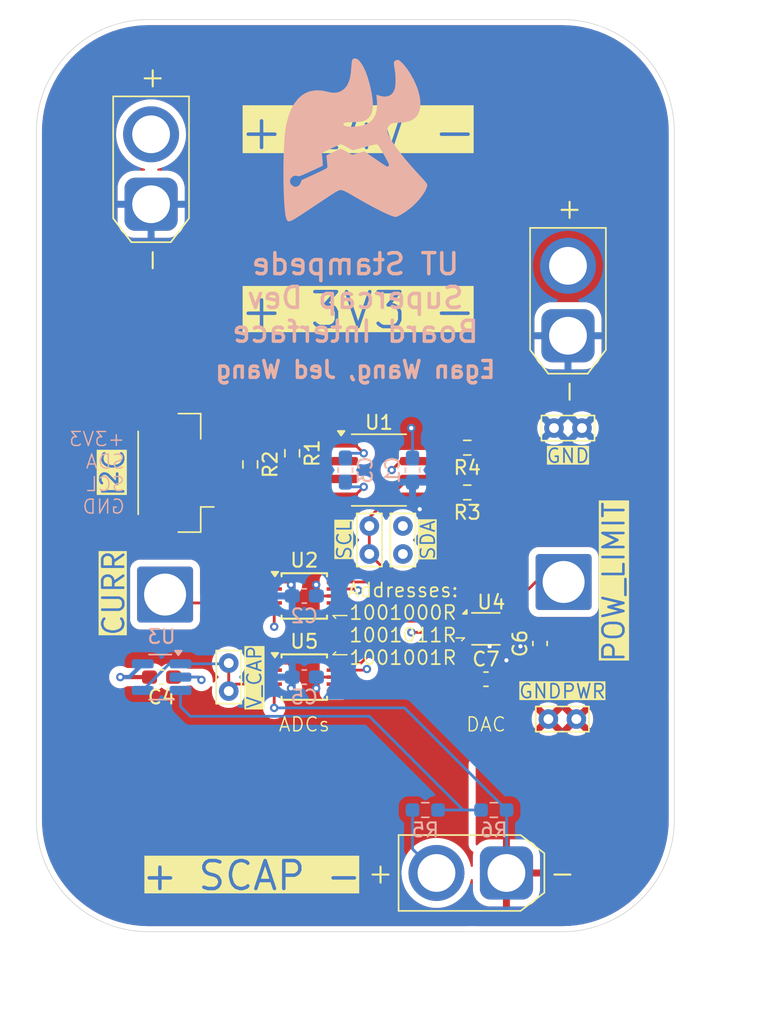
<source format=kicad_pcb>
(kicad_pcb (version 20241229) (generator "pcbnew") (generator_version "9.0")
  (layers (0 "F.Cu" signal) (4 "In1.Cu" signal) (6 "In2.Cu" signal) (2 "B.Cu" signal) (13 "F.Paste" user) (15 "B.Paste" user) (5 "F.SilkS" user "F.Silkscreen") (7 "B.SilkS" user "B.Silkscreen") (1 "F.Mask" user) (3 "B.Mask" user) (25 "Edge.Cuts" user))
  (net 0 "")
  (net 1 "GND")
  (net 2 "+3V3")
  (net 3 "GNDD")
  (net 4 "/+3V3_{DEV}")
  (net 5 "GNDPWR")
  (net 6 "+24V")
  (net 7 "/Dev Board Interface/CAP_{1}")
  (net 8 "/POW_LIMIT_OUT")
  (net 9 "/SCL_{IN}")
  (net 10 "/SDA_{IN}")
  (net 11 "/+6V_{SCAP}_ADC")
  (net 12 "/CURR_IN")
  (net 13 "/Dev Board Interface/SCL_{INT}")
  (net 14 "/Dev Board Interface/SDA_{INT}")
  (net 15 "/Dev Board Interface/V_{SC}_scaled")
  (net 16 "/Dev Board Interface/V_{SC}_BUF")
  (footprint "Package_SO:TSSOP-10_3x3mm_P0.5mm" (layer "F.Cu") (at 174.35 98)
    (property "Reference" "U5" (at 0 -2.55 0) (layer "F.SilkS"))
    (property "Value" "ADS1014IDGS")
    (pad "1" smd rect (at -2.15 -1) (size 1.1 0.25) (layers "F.Cu" "F.Mask" "F.Paste") (net 2 "+3V3"))
    (pad "2" smd rect (at -2.15 -0.5) (size 1.1 0.25) (layers "F.Cu" "F.Mask" "F.Paste"))
    (pad "3" smd rect (at -2.15 0) (size 1.1 0.25) (layers "F.Cu" "F.Mask" "F.Paste") (net 1 "GND"))
    (pad "4" smd rect (at -2.15 0.5) (size 1.1 0.25) (layers "F.Cu" "F.Mask" "F.Paste") (net 16 "/Dev Board Interface/V_{SC}_BUF"))
    (pad "5" smd rect (at -2.15 1) (size 1.1 0.25) (layers "F.Cu" "F.Mask" "F.Paste") (net 5 "GNDPWR"))
    (pad "6" smd rect (at 2.15 1) (size 1.1 0.25) (layers "F.Cu" "F.Mask" "F.Paste"))
    (pad "7" smd rect (at 2.15 0.5) (size 1.1 0.25) (layers "F.Cu" "F.Mask" "F.Paste"))
    (pad "8" smd rect (at 2.15 0) (size 1.1 0.25) (layers "F.Cu" "F.Mask" "F.Paste") (net 2 "+3V3"))
    (pad "9" smd rect (at 2.15 -0.5) (size 1.1 0.25) (layers "F.Cu" "F.Mask" "F.Paste") (net 14 "/Dev Board Interface/SDA_{INT}"))
    (pad "10" smd rect (at 2.15 -1) (size 1.1 0.25) (layers "F.Cu" "F.Mask" "F.Paste") (net 13 "/Dev Board Interface/SCL_{INT}"))
  )
  (footprint "TestPoint:TestPoint_Bridge_Pitch2.0mm_Drill0.7mm" (layer "F.Cu") (at 168.95 99 90)
    (property "Reference" "TP3" (hide yes))
    (property "Value" "V_{SC+BUF}")
    (pad "1" thru_hole circle (at 0 0 90) (size 1.4 1.4) (drill 0.7) (layers "*.Cu" "*.Mask") (net 16 "/Dev Board Interface/V_{SC}_BUF"))
    (pad "1" thru_hole circle (at 2 0 90) (size 1.4 1.4) (drill 0.7) (layers "*.Cu" "*.Mask") (net 16 "/Dev Board Interface/V_{SC}_BUF"))
  )
  (footprint "Resistor_SMD:R_0603_1608Metric_Pad0.98x0.95mm_HandSolder" (layer "F.Cu") (at 186 84.8 180)
    (property "Reference" "R3" (at 0 -1.43 0) (layer "F.SilkS"))
    (property "Value" "1.5k")
    (pad "1" smd roundrect (at -0.9125 0 180) (size 0.975 0.95) (layers "F.Cu" "F.Mask" "F.Paste") (net 2 "+3V3"))
    (pad "2" smd roundrect (at 0.9125 0 180) (size 0.975 0.95) (layers "F.Cu" "F.Mask" "F.Paste") (net 13 "/Dev Board Interface/SCL_{INT}"))
  )
  (footprint "Connector_AMASS:AMASS_XT30U-F_1x02_P5.0mm_Vertical" (layer "F.Cu") (at 188.8 112 180)
    (property "Reference" "J14" (hide yes))
    (property "Value" "XT30_F")
    (fp_text user "+" (at 9 0 0) (layer "F.SilkS") (effects (font (size 1.5 1.5))))
    (fp_text user "-" (at -4 0 0) (layer "F.SilkS") (effects (font (size 1.5 1.5))))
    (pad "1" thru_hole roundrect (at 0 0 180) (size 3.8 3.8) (drill 2.7) (layers "*.Cu" "*.Mask") (roundrect_rratio 0.2) (net 5 "GNDPWR"))
    (pad "2" thru_hole circle (at 5 0 180) (size 4 4) (drill 2.7) (layers "*.Cu" "*.Mask") (net 11 "/+6V_{SCAP}_ADC"))
  )
  (footprint "Connector_AMASS:AMASS_XT30U-F_1x02_P5.0mm_Vertical" (layer "F.Cu") (at 193.2 73.6 90)
    (property "Reference" "J16" (hide yes))
    (property "Value" "XT30_F")
    (fp_text user "-" (at -4 0 90) (layer "F.SilkS") (effects (font (size 1.5 1.5))))
    (fp_text user "+" (at 9 0 90) (layer "F.SilkS") (effects (font (size 1.5 1.5))))
    (pad "1" thru_hole roundrect (at 0 0 90) (size 3.8 3.8) (drill 2.7) (layers "*.Cu" "*.Mask") (roundrect_rratio 0.2) (net 1 "GND"))
    (pad "2" thru_hole circle (at 5 0 90) (size 4 4) (drill 2.7) (layers "*.Cu" "*.Mask") (net 2 "+3V3"))
  )
  (footprint "Capacitor_SMD:C_0603_1608Metric_Pad1.08x0.95mm_HandSolder" (layer "F.Cu") (at 191.2 95.6 90)
    (property "Reference" "C6" (at 0 -1.43 90) (layer "F.SilkS"))
    (property "Value" "0.1u")
    (pad "1" smd roundrect (at -0.8625 0 90) (size 1.075 0.95) (layers "F.Cu" "F.Mask" "F.Paste") (net 1 "GND"))
    (pad "2" smd roundrect (at 0.8625 0 90) (size 1.075 0.95) (layers "F.Cu" "F.Mask" "F.Paste") (net 2 "+3V3"))
  )
  (footprint "Connector_Wire:SolderWire-2.5sqmm_1x01_D2.4mm_OD3.6mm" (layer "F.Cu") (at 192.8875 91.2)
    (property "Reference" "J3" (hide yes))
    (property "Value" "Conn_01x01_Pin")
    (pad "1" thru_hole roundrect (at 0 0) (size 4 4) (drill 3) (layers "*.Cu" "*.Mask") (roundrect_rratio 0.0625) (net 8 "/POW_LIMIT_OUT"))
  )
  (footprint "Resistor_SMD:R_0603_1608Metric_Pad0.98x0.95mm_HandSolder" (layer "F.Cu") (at 186 81.6 180)
    (property "Reference" "R4" (at 0 -1.43 0) (layer "F.SilkS"))
    (property "Value" "1.5k")
    (pad "1" smd roundrect (at -0.9125 0 180) (size 0.975 0.95) (layers "F.Cu" "F.Mask" "F.Paste") (net 2 "+3V3"))
    (pad "2" smd roundrect (at 0.9125 0 180) (size 0.975 0.95) (layers "F.Cu" "F.Mask" "F.Paste") (net 14 "/Dev Board Interface/SDA_{INT}"))
  )
  (footprint "Connector_AMASS:AMASS_XT30U-F_1x02_P5.0mm_Vertical" (layer "F.Cu") (at 163.4 64.2 90)
    (property "Reference" "J15" (hide yes))
    (property "Value" "XT30_F")
    (fp_text user "-" (at -4 0 90) (layer "F.SilkS") (effects (font (size 1.5 1.5))))
    (fp_text user "+" (at 9 0 90) (layer "F.SilkS") (effects (font (size 1.5 1.5))))
    (pad "1" thru_hole roundrect (at 0 0 90) (size 3.8 3.8) (drill 2.7) (layers "*.Cu" "*.Mask") (roundrect_rratio 0.2) (net 1 "GND"))
    (pad "2" thru_hole circle (at 5 0 90) (size 4 4) (drill 2.7) (layers "*.Cu" "*.Mask") (net 6 "+24V"))
  )
  (footprint "Connector_JST:JST_GH_BM04B-GHS-TBT_1x04-1MP_P1.25mm_Vertical" (layer "F.Cu") (at 165.0875 83.4 90)
    (property "Reference" "J6" (hide yes))
    (property "Value" "JST4_F")
    (pad "1" smd roundrect (at -1.875 1.95 90) (size 0.6 1.7) (layers "F.Cu" "F.Mask" "F.Paste") (net 3 "GNDD"))
    (pad "2" smd roundrect (at -0.625 1.95 90) (size 0.6 1.7) (layers "F.Cu" "F.Mask" "F.Paste") (net 9 "/SCL_{IN}"))
    (pad "3" smd roundrect (at 0.625 1.95 90) (size 0.6 1.7) (layers "F.Cu" "F.Mask" "F.Paste") (net 10 "/SDA_{IN}"))
    (pad "4" smd roundrect (at 1.875 1.95 90) (size 0.6 1.7) (layers "F.Cu" "F.Mask" "F.Paste") (net 4 "/+3V3_{DEV}"))
    (pad "MP" smd roundrect (at -3.725 -1.4 90) (size 1 2.8) (layers "F.Cu" "F.Mask" "F.Paste"))
    (pad "MP" smd roundrect (at 3.725 -1.4 90) (size 1 2.8) (layers "F.Cu" "F.Mask" "F.Paste"))
  )
  (footprint "TestPoint:TestPoint_Bridge_Pitch2.0mm_Drill0.7mm" (layer "F.Cu") (at 192.2 80.2)
    (property "Reference" "TP5" (hide yes))
    (property "Value" "Loop TP")
    (pad "1" thru_hole circle (at 0 0) (size 1.4 1.4) (drill 0.7) (layers "*.Cu" "*.Mask") (net 1 "GND"))
    (pad "1" thru_hole circle (at 2 0) (size 1.4 1.4) (drill 0.7) (layers "*.Cu" "*.Mask") (net 1 "GND"))
  )
  (footprint "Capacitor_SMD:C_0603_1608Metric_Pad1.08x0.95mm_HandSolder" (layer "F.Cu") (at 164.15 98 180)
    (property "Reference" "C4" (at 0 -1.43 180) (layer "F.SilkS"))
    (property "Value" "0.1u")
    (pad "1" smd roundrect (at -0.8625 0 180) (size 1.075 0.95) (layers "F.Cu" "F.Mask" "F.Paste") (net 5 "GNDPWR"))
    (pad "2" smd roundrect (at 0.8625 0 180) (size 1.075 0.95) (layers "F.Cu" "F.Mask" "F.Paste") (net 6 "+24V"))
  )
  (footprint "Package_SO:SOIC-8_3.9x4.9mm_P1.27mm" (layer "F.Cu") (at 179.6875 83.2)
    (property "Reference" "U1" (at 0 -3.4 0) (layer "F.SilkS"))
    (property "Value" "ISO164xB")
    (pad "1" smd roundrect (at -2.475 -1.905) (size 1.95 0.6) (layers "F.Cu" "F.Mask" "F.Paste") (net 4 "/+3V3_{DEV}"))
    (pad "2" smd roundrect (at -2.475 -0.635) (size 1.95 0.6) (layers "F.Cu" "F.Mask" "F.Paste") (net 10 "/SDA_{IN}"))
    (pad "3" smd roundrect (at -2.475 0.635) (size 1.95 0.6) (layers "F.Cu" "F.Mask" "F.Paste") (net 9 "/SCL_{IN}"))
    (pad "4" smd roundrect (at -2.475 1.905) (size 1.95 0.6) (layers "F.Cu" "F.Mask" "F.Paste") (net 3 "GNDD"))
    (pad "5" smd roundrect (at 2.475 1.905) (size 1.95 0.6) (layers "F.Cu" "F.Mask" "F.Paste") (net 1 "GND"))
    (pad "6" smd roundrect (at 2.475 0.635) (size 1.95 0.6) (layers "F.Cu" "F.Mask" "F.Paste") (net 13 "/Dev Board Interface/SCL_{INT}"))
    (pad "7" smd roundrect (at 2.475 -0.635) (size 1.95 0.6) (layers "F.Cu" "F.Mask" "F.Paste") (net 14 "/Dev Board Interface/SDA_{INT}"))
    (pad "8" smd roundrect (at 2.475 -1.905) (size 1.95 0.6) (layers "F.Cu" "F.Mask" "F.Paste") (net 2 "+3V3"))
  )
  (footprint "Connector_Wire:SolderWire-2.5sqmm_1x01_D2.4mm_OD3.6mm" (layer "F.Cu") (at 164.4 92.1)
    (property "Reference" "J9" (hide yes))
    (property "Value" "Conn_01x01_Pin")
    (pad "1" thru_hole roundrect (at 0 0) (size 4 4) (drill 3) (layers "*.Cu" "*.Mask") (roundrect_rratio 0.0625) (net 12 "/CURR_IN"))
  )
  (footprint "TestPoint:TestPoint_Bridge_Pitch2.0mm_Drill0.7mm" (layer "F.Cu") (at 191.8 101)
    (property "Reference" "TP6" (hide yes))
    (property "Value" "Loop TP")
    (pad "1" thru_hole circle (at 0 0) (size 1.4 1.4) (drill 0.7) (layers "*.Cu" "*.Mask") (net 5 "GNDPWR"))
    (pad "1" thru_hole circle (at 2 0) (size 1.4 1.4) (drill 0.7) (layers "*.Cu" "*.Mask") (net 5 "GNDPWR"))
  )
  (footprint "Package_SON:WSON-8-1EP_2x2mm_P0.5mm_EP0.9x1.6mm" (layer "F.Cu") (at 187.3375 94.55)
    (property "Reference" "U4" (at 0.38 -1.9 0) (layer "F.SilkS"))
    (property "Value" "DAC53401")
    (pad "1" smd roundrect (at -0.95 -0.75) (size 0.5 0.25) (layers "F.Cu" "F.Mask" "F.Paste") (net 13 "/Dev Board Interface/SCL_{INT}"))
    (pad "2" smd roundrect (at -0.95 -0.25) (size 0.5 0.25) (layers "F.Cu" "F.Mask" "F.Paste") (net 13 "/Dev Board Interface/SCL_{INT}"))
    (pad "3" smd roundrect (at -0.95 0.25) (size 0.5 0.25) (layers "F.Cu" "F.Mask" "F.Paste") (net 14 "/Dev Board Interface/SDA_{INT}"))
    (pad "4" smd roundrect (at -0.95 0.75) (size 0.5 0.25) (layers "F.Cu" "F.Mask" "F.Paste") (net 7 "/Dev Board Interface/CAP_{1}"))
    (pad "5" smd roundrect (at 0.95 0.75) (size 0.5 0.25) (layers "F.Cu" "F.Mask" "F.Paste") (net 1 "GND"))
    (pad "6" smd roundrect (at 0.95 0.25) (size 0.5 0.25) (layers "F.Cu" "F.Mask" "F.Paste") (net 2 "+3V3"))
    (pad "7" smd roundrect (at 0.95 -0.25) (size 0.5 0.25) (layers "F.Cu" "F.Mask" "F.Paste") (net 8 "/POW_LIMIT_OUT"))
    (pad "8" smd roundrect (at 0.95 -0.75) (size 0.5 0.25) (layers "F.Cu" "F.Mask" "F.Paste") (net 8 "/POW_LIMIT_OUT"))
    (pad "9" smd rect (at 0 0) (size 0.9 1.6) (layers "F.Cu" "F.Mask") (net 1 "GND"))
  )
  (footprint "Resistor_SMD:R_0603_1608Metric_Pad0.98x0.95mm_HandSolder" (layer "F.Cu") (at 173.4875 82 -90)
    (property "Reference" "R1" (at 0 -1.43 90) (layer "F.SilkS"))
    (property "Value" "1.5k")
    (pad "1" smd roundrect (at -0.9125 0 270) (size 0.975 0.95) (layers "F.Cu" "F.Mask" "F.Paste") (net 4 "/+3V3_{DEV}"))
    (pad "2" smd roundrect (at 0.9125 0 270) (size 0.975 0.95) (layers "F.Cu" "F.Mask" "F.Paste") (net 10 "/SDA_{IN}"))
  )
  (footprint "Capacitor_SMD:C_0603_1608Metric_Pad1.08x0.95mm_HandSolder" (layer "F.Cu") (at 187.3375 98.15)
    (property "Reference" "C7" (at 0 -1.43 0) (layer "F.SilkS"))
    (property "Value" "6.8u")
    (pad "1" smd roundrect (at -0.8625 0) (size 1.075 0.95) (layers "F.Cu" "F.Mask" "F.Paste") (net 7 "/Dev Board Interface/CAP_{1}"))
    (pad "2" smd roundrect (at 0.8625 0) (size 1.075 0.95) (layers "F.Cu" "F.Mask" "F.Paste") (net 1 "GND"))
  )
  (footprint "TestPoint:TestPoint_Bridge_Pitch2.0mm_Drill0.7mm" (layer "F.Cu") (at 179 89.2 90)
    (property "Reference" "TP1" (hide yes))
    (property "Value" "V_{SCL}")
    (pad "1" thru_hole circle (at 0 0 90) (size 1.4 1.4) (drill 0.7) (layers "*.Cu" "*.Mask") (net 13 "/Dev Board Interface/SCL_{INT}"))
    (pad "1" thru_hole circle (at 2 0 90) (size 1.4 1.4) (drill 0.7) (layers "*.Cu" "*.Mask") (net 13 "/Dev Board Interface/SCL_{INT}"))
  )
  (footprint "TestPoint:TestPoint_Bridge_Pitch2.0mm_Drill0.7mm" (layer "F.Cu") (at 181.4 89.2 90)
    (property "Reference" "TP2" (hide yes))
    (property "Value" "V_{SDA}")
    (pad "1" thru_hole circle (at 0 0 90) (size 1.4 1.4) (drill 0.7) (layers "*.Cu" "*.Mask") (net 14 "/Dev Board Interface/SDA_{INT}"))
    (pad "1" thru_hole circle (at 2 0 90) (size 1.4 1.4) (drill 0.7) (layers "*.Cu" "*.Mask") (net 14 "/Dev Board Interface/SDA_{INT}"))
  )
  (footprint "Resistor_SMD:R_0603_1608Metric_Pad0.98x0.95mm_HandSolder" (layer "F.Cu") (at 170.4875 82.8 -90)
    (property "Reference" "R2" (at 0 -1.43 90) (layer "F.SilkS"))
    (property "Value" "1.5k")
    (pad "1" smd roundrect (at -0.9125 0 270) (size 0.975 0.95) (layers "F.Cu" "F.Mask" "F.Paste") (net 4 "/+3V3_{DEV}"))
    (pad "2" smd roundrect (at 0.9125 0 270) (size 0.975 0.95) (layers "F.Cu" "F.Mask" "F.Paste") (net 9 "/SCL_{IN}"))
  )
  (footprint "Package_SO:TSSOP-10_3x3mm_P0.5mm" (layer "F.Cu") (at 174.35 92.2)
    (property "Reference" "U2" (at 0 -2.55 0) (layer "F.SilkS"))
    (property "Value" "ADS1014IDGS")
    (pad "1" smd rect (at -2.15 -1) (size 1.1 0.25) (layers "F.Cu" "F.Mask" "F.Paste") (net 1 "GND"))
    (pad "2" smd rect (at -2.15 -0.5) (size 1.1 0.25) (layers "F.Cu" "F.Mask" "F.Paste"))
    (pad "3" smd rect (at -2.15 0) (size 1.1 0.25) (layers "F.Cu" "F.Mask" "F.Paste") (net 1 "GND"))
    (pad "4" smd rect (at -2.15 0.5) (size 1.1 0.25) (layers "F.Cu" "F.Mask" "F.Paste") (net 12 "/CURR_IN"))
    (pad "5" smd rect (at -2.15 1) (size 1.1 0.25) (layers "F.Cu" "F.Mask" "F.Paste") (net 5 "GNDPWR"))
    (pad "6" smd rect (at 2.15 1) (size 1.1 0.25) (layers "F.Cu" "F.Mask" "F.Paste"))
    (pad "7" smd rect (at 2.15 0.5) (size 1.1 0.25) (layers "F.Cu" "F.Mask" "F.Paste"))
    (pad "8" smd rect (at 2.15 0) (size 1.1 0.25) (layers "F.Cu" "F.Mask" "F.Paste") (net 2 "+3V3"))
    (pad "9" smd rect (at 2.15 -0.5) (size 1.1 0.25) (layers "F.Cu" "F.Mask" "F.Paste") (net 14 "/Dev Board Interface/SDA_{INT}"))
    (pad "10" smd rect (at 2.15 -1) (size 1.1 0.25) (layers "F.Cu" "F.Mask" "F.Paste") (net 13 "/Dev Board Interface/SCL_{INT}"))
  )
  (footprint "Resistor_SMD:R_0603_1608Metric_Pad0.98x0.95mm_HandSolder" (layer "B.Cu") (at 183 107.5)
    (property "Reference" "R5" (at 0 1.43 180) (layer "B.SilkS") (effects (justify mirror)))
    (property "Value" "180k")
    (pad "1" smd roundrect (at -0.9125 0) (size 0.975 0.95) (layers "B.Cu" "B.Mask" "B.Paste") (net 11 "/+6V_{SCAP}_ADC"))
    (pad "2" smd roundrect (at 0.9125 0) (size 0.975 0.95) (layers "B.Cu" "B.Mask" "B.Paste") (net 15 "/Dev Board Interface/V_{SC}_scaled"))
  )
  (footprint "Package_TO_SOT_SMD:SOT-23-5_HandSoldering" (layer "B.Cu") (at 164.15 98 180)
    (property "Reference" "U3" (at 0 2.9 180) (layer "B.SilkS") (effects (justify mirror)))
    (property "Value" "TLV9301xDBV")
    (pad "1" smd roundrect (at -1.35 0.95 180) (size 1.56 0.65) (layers "B.Cu" "B.Mask" "B.Paste") (net 16 "/Dev Board Interface/V_{SC}_BUF"))
    (pad "2" smd roundrect (at -1.35 0 180) (size 1.56 0.65) (layers "B.Cu" "B.Mask" "B.Paste") (net 5 "GNDPWR"))
    (pad "3" smd roundrect (at -1.35 -0.95 180) (size 1.56 0.65) (layers "B.Cu" "B.Mask" "B.Paste") (net 15 "/Dev Board Interface/V_{SC}_scaled"))
    (pad "4" smd roundrect (at 1.35 -0.95 180) (size 1.56 0.65) (layers "B.Cu" "B.Mask" "B.Paste") (net 16 "/Dev Board Interface/V_{SC}_BUF"))
    (pad "5" smd roundrect (at 1.35 0.95 180) (size 1.56 0.65) (layers "B.Cu" "B.Mask" "B.Paste") (net 6 "+24V"))
  )
  (footprint "Capacitor_SMD:C_0603_1608Metric_Pad1.08x0.95mm_HandSolder" (layer "B.Cu") (at 182.0875 83.2 -90)
    (property "Reference" "C1" (at 0 1.43 90) (layer "B.SilkS") (effects (justify mirror)))
    (property "Value" "0.1u")
    (pad "1" smd roundrect (at -0.8625 0 270) (size 1.075 0.95) (layers "B.Cu" "B.Mask" "B.Paste") (net 2 "+3V3"))
    (pad "2" smd roundrect (at 0.8625 0 270) (size 1.075 0.95) (layers "B.Cu" "B.Mask" "B.Paste") (net 1 "GND"))
  )
  (footprint "Resistor_SMD:R_0603_1608Metric_Pad0.98x0.95mm_HandSolder" (layer "B.Cu") (at 187.9 107.5)
    (property "Reference" "R6" (at 0 1.43 180) (layer "B.SilkS") (effects (justify mirror)))
    (property "Value" "220k")
    (pad "1" smd roundrect (at -0.9125 0) (size 0.975 0.95) (layers "B.Cu" "B.Mask" "B.Paste") (net 15 "/Dev Board Interface/V_{SC}_scaled"))
    (pad "2" smd roundrect (at 0.9125 0) (size 0.975 0.95) (layers "B.Cu" "B.Mask" "B.Paste") (net 5 "GNDPWR"))
  )
  (footprint "Capacitor_SMD:C_0603_1608Metric_Pad1.08x0.95mm_HandSolder" (layer "B.Cu") (at 177.2875 83.2 90)
    (property "Reference" "C3" (at 0 1.43 90) (layer "B.SilkS") (effects (justify mirror)))
    (property "Value" "0.1u")
    (pad "1" smd roundrect (at -0.8625 0 90) (size 1.075 0.95) (layers "B.Cu" "B.Mask" "B.Paste") (net 3 "GNDD"))
    (pad "2" smd roundrect (at 0.8625 0 90) (size 1.075 0.95) (layers "B.Cu" "B.Mask" "B.Paste") (net 4 "/+3V3_{DEV}"))
  )
  (footprint "Capacitor_SMD:C_0603_1608Metric_Pad1.08x0.95mm_HandSolder" (layer "B.Cu") (at 174.35 98)
    (property "Reference" "C5" (at 0 1.43 180) (layer "B.SilkS") (effects (justify mirror)))
    (property "Value" "0.1u")
    (pad "1" smd roundrect (at -0.8625 0) (size 1.075 0.95) (layers "B.Cu" "B.Mask" "B.Paste") (net 1 "GND"))
    (pad "2" smd roundrect (at 0.8625 0) (size 1.075 0.95) (layers "B.Cu" "B.Mask" "B.Paste") (net 2 "+3V3"))
  )
  (footprint "! Robomaster Special:StampedeLogo" (layer "B.Cu") (at 178 59.6 180)
    (property "Reference" "G***" (hide yes))
    (property "Value" "LOGO" (hide yes))
  )
  (footprint "Capacitor_SMD:C_0603_1608Metric_Pad1.08x0.95mm_HandSolder" (layer "B.Cu") (at 174.35 92.2)
    (property "Reference" "C2" (at 0 1.43 180) (layer "B.SilkS") (effects (justify mirror)))
    (property "Value" "0.1u")
    (pad "1" smd roundrect (at -0.8625 0) (size 1.075 0.95) (layers "B.Cu" "B.Mask" "B.Paste") (net 1 "GND"))
    (pad "2" smd roundrect (at 0.8625 0) (size 1.075 0.95) (layers "B.Cu" "B.Mask" "B.Paste") (net 2 "+3V3"))
  )
  (gr_rect (start 171 96.8) (end 173.4 97) (stroke (width 0.2)) (fill yes) (layer "F.Cu") (net 2))
  (gr_line (start 176.4 93.6) (end 176.6 93.8) (stroke (width 0.1)) (layer "F.SilkS"))
  (gr_line (start 185.2 95.2) (end 185.8 95.2) (stroke (width 0.1)) (layer "F.SilkS"))
  (gr_line (start 177.4 93.6) (end 176.4 93.6) (stroke (width 0.1)) (layer "F.SilkS"))
  (gr_line (start 185.8 95.2) (end 185.6 95.4) (stroke (width 0.1)) (layer "F.SilkS"))
  (gr_line (start 176.4 96.4) (end 176.6 96.2) (stroke (width 0.1)) (layer "F.SilkS"))
  (gr_line (start 177.4 96.4) (end 176.4 96.4) (stroke (width 0.1)) (layer "F.SilkS"))
  (gr_arc (start 155.2 59) (mid 157.543146 53.343146) (end 163.2 51) (stroke (width 0.05)) (layer "Edge.Cuts"))
  (gr_line (start 192.8 116.2) (end 163.2 116.2) (stroke (width 0.05)) (layer "Edge.Cuts"))
  (gr_line (start 155.2 108.2) (end 155.2 59) (stroke (width 0.05)) (layer "Edge.Cuts"))
  (gr_arc (start 192.8 51) (mid 198.456854 53.343146) (end 200.8 59) (stroke (width 0.05)) (layer "Edge.Cuts"))
  (gr_line (start 163.2 51) (end 192.8 51) (stroke (width 0.05)) (layer "Edge.Cuts"))
  (gr_arc (start 200.8 108.2) (mid 198.456854 113.856854) (end 192.8 116.2) (stroke (width 0.05)) (layer "Edge.Cuts"))
  (gr_arc (start 163.2 116.2) (mid 157.543146 113.856854) (end 155.2 108.2) (stroke (width 0.05)) (layer "Edge.Cuts"))
  (gr_line (start 200.8 59) (end 200.8 108.2) (stroke (width 0.05)) (layer "Edge.Cuts"))
  (gr_text "GND" (at 193.2 81.6 0) (layer "F.SilkS" knockout) (effects (font (size 1 1) (thickness 0.125)) (justify top)))
  (gr_text "V_CAP" (at 170.2 98 90) (layer "F.SilkS" knockout) (effects (font (size 1 1) (thickness 0.125)) (justify top)))
  (gr_text "SDA" (at 182.6 88.2 90) (layer "F.SilkS" knockout) (effects (font (size 1 1) (thickness 0.125)) (justify top)))
  (gr_text "GNDPWR" (at 192.8 99.6 0) (layer "F.SilkS" knockout) (effects (font (size 1 1) (thickness 0.125)) (justify bottom)))
  (gr_text "+ 3V3 -" (at 178.2 71.8 0) (layer "F.SilkS" knockout) (effects (font (size 2.5 2.5) (thickness 0.25))))
  (gr_text "+ 24V -" (at 178.2 59 0) (layer "F.SilkS" knockout) (effects (font (size 2.5 2.5) (thickness 0.25))))
  (gr_text "SCL" (at 177.8 88.2 90) (layer "F.SilkS" knockout) (effects (font (size 1 1) (thickness 0.125)) (justify bottom)))
  (gr_text "POW_LIMIT" (at 195.6 91.2 90) (layer "F.SilkS" knockout) (effects (font (size 1.5 1.5) (thickness 0.1875)) (justify top)))
  (gr_text "I^{2}C" (at 161.6 83.4 90) (layer "F.SilkS" knockout) (effects (font (size 1.5 1.5) (thickness 0.1875)) (justify bottom)))
  (gr_text "ADCs" (at 174.35 100.8 0) (layer "F.SilkS") (effects (font (size 1 1) (thickness 0.1)) (justify top)))
  (gr_text "CURR" (at 161.6 92 90) (layer "F.SilkS" knockout) (effects (font (size 1.5 1.5) (thickness 0.1875)) (justify bottom)))
  (gr_text "Addresses:\n1001000R\n1001011R\n1001001R" (at 181.4 91.2 0) (layer "F.SilkS") (effects (font (size 1 1) (thickness 0.125)) (justify top)))
  (gr_text "DAC" (at 187.3375 100.8 0) (layer "F.SilkS") (effects (font (size 1 1) (thickness 0.1)) (justify top)))
  (gr_text "+ SCAP -" (at 170.6 112.2 0) (layer "F.SilkS" knockout) (effects (font (size 2 2) (thickness 0.25))))
  (gr_text "UT Stampede\nSupercap Dev\nBoard Interface\n_{Egan Wang, Jed Wang}" (at 178 67.6 0) (layer "B.SilkS") (effects (font (size 1.5 1.5) (thickness 0.25)) (justify top mirror)))
  (gr_text "+3V3\nSDA\nSCL\nGND" (at 161.6 83.4 0) (layer "B.SilkS") (effects (font (size 1 1) (thickness 0.1)) (justify left mirror)))
  (segment (start 173.4 91.4) (end 173.2 91.2) (width 0.2) (layer "F.Cu") (net 1))
  (segment (start 189.45 96.4625) (end 188.2875 95.3) (width 0.2) (layer "F.Cu") (net 1))
  (segment (start 172.977 98) (end 173.4 98.423) (width 0.2) (layer "F.Cu") (net 1))
  (segment (start 172.977 92.2) (end 172.2 92.2) (width 0.2) (layer "F.Cu") (net 1))
  (segment (start 173.4 91.4) (end 173.4 91.777) (width 0.2) (layer "F.Cu") (net 1))
  (segment (start 173.2 91.2) (end 172.2 91.2) (width 0.2) (layer "F.Cu") (net 1))
  (segment (start 182.6 85.5425) (end 182.1625 85.105) (width 0.2) (layer "F.Cu") (net 1))
  (segment (start 182.6 86) (end 182.6 85.5425) (width 0.2) (layer "F.Cu") (net 1))
  (segment (start 173.4 91.777) (end 172.977 92.2) (width 0.2) (layer "F.Cu") (net 1))
  (segment (start 191.2 96.4625) (end 189.45 96.4625) (width 0.2) (layer "F.Cu") (net 1))
  (segment (start 188.2 98.15) (end 188.2 95.3875) (width 0.2) (layer "F.Cu") (net 1))
  (segment (start 173.4 98.423) (end 173.4 98.8) (width 0.2) (layer "F.Cu") (net 1))
  (segment (start 172.2 98) (end 172.977 98) (width 0.2) (layer "F.Cu") (net 1))
  (segment (start 188.2 95.3875) (end 188.2875 95.3) (width 0.2) (layer "F.Cu") (net 1))
  (via (at 187.6 95.8) (size 0.6) (drill 0.3) (layers "F.Cu" "B.Cu") (net 1))
  (via (at 173.4 98.8) (size 0.6) (drill 0.3) (layers "F.Cu" "B.Cu") (net 1))
  (via (at 188.8 96.8) (size 0.6) (drill 0.3) (layers "F.Cu" "B.Cu") (net 1))
  (via (at 182.6 86) (size 0.6) (drill 0.3) (layers "F.Cu" "B.Cu") (net 1))
  (via (at 173.4 91.4) (size 0.6) (drill 0.3) (layers "F.Cu" "B.Cu") (net 1))
  (via (at 189.8 95.8) (size 0.6) (drill 0.3) (layers "F.Cu" "B.Cu") (net 1))
  (segment (start 173.4 98.8) (end 173.4 98.0875) (width 0.2) (layer "B.Cu") (net 1))
  (segment (start 173.4 98.0875) (end 173.4875 98) (width 0.2) (layer "B.Cu") (net 1))
  (segment (start 173.4875 92.2) (end 173.4875 91.4875) (width 0.2) (layer "B.Cu") (net 1))
  (segment (start 182.0875 85.4875) (end 182.0875 84.0625) (width 0.2) (layer "B.Cu") (net 1))
  (segment (start 173.4875 91.4875) (end 173.4 91.4) (width 0.2) (layer "B.Cu") (net 1))
  (segment (start 182.6 86) (end 182.0875 85.4875) (width 0.2) (layer "B.Cu") (net 1))
  (segment (start 190.3125 94.7375) (end 190.25 94.8) (width 0.2) (layer "F.Cu") (net 2))
  (segment (start 176.5 92.2) (end 175.723 92.2) (width 0.2) (layer "F.Cu") (net 2))
  (segment (start 190.25 94.8) (end 188.2875 94.8) (width 0.2) (layer "F.Cu") (net 2))
  (segment (start 175.723 98) (end 175.2 98.523) (width 0.2) (layer "F.Cu") (net 2))
  (segment (start 176.5 98) (end 175.723 98) (width 0.2) (layer "F.Cu") (net 2))
  (segment (start 175.2 91.677) (end 175.2 91.4) (width 0.2) (layer "F.Cu") (net 2))
  (segment (start 191.2 94.7375) (end 190.3125 94.7375) (width 0.2) (layer "F.Cu") (net 2))
  (segment (start 175.2 98.523) (end 175.2 98.8) (width 0.2) (layer "F.Cu") (net 2))
  (segment (start 175.723 92.2) (end 175.2 91.677) (width 0.2) (layer "F.Cu") (net 2))
  (via (at 175.2 91.4) (size 0.6) (drill 0.3) (layers "F.Cu" "B.Cu") (net 2))
  (via (at 182 80.2) (size 0.6) (drill 0.3) (layers "F.Cu" "B.Cu") (net 2))
  (via (at 175.2 98.8) (size 0.6) (drill 0.3) (layers "F.Cu" "B.Cu") (net 2))
  (segment (start 175.2 91.4) (end 175.2 92.1875) (width 0.2) (layer "B.Cu") (net 2))
  (segment (start 182.0875 80.2875) (end 182 80.2) (width 0.2) (layer "B.Cu") (net 2))
  (segment (start 175.2 92.1875) (end 175.2125 92.2) (width 0.2) (layer "B.Cu") (net 2))
  (segment (start 182.0875 82.3375) (end 182.0875 80.2875) (width 0.2) (layer "B.Cu") (net 2))
  (segment (start 175.2 98.8) (end 175.2 98.0125) (width 0.2) (layer "B.Cu") (net 2))
  (segment (start 175.2 98.0125) (end 175.2125 98) (width 0.2) (layer "B.Cu") (net 2))
  (segment (start 177.0425 85.275) (end 177.2125 85.105) (width 0.2) (layer "F.Cu") (net 3))
  (segment (start 167.0375 85.275) (end 177.0425 85.275) (width 0.2) (layer "F.Cu") (net 3))
  (segment (start 177.895 85.105) (end 178.6 84.4) (width 0.2) (layer "F.Cu") (net 3))
  (segment (start 177.2125 85.105) (end 177.895 85.105) (width 0.2) (layer "F.Cu") (net 3))
  (via (at 178.6 84.4) (size 0.6) (drill 0.3) (layers "F.Cu" "B.Cu") (net 3))
  (segment (start 177.625 84.4) (end 177.2875 84.0625) (width 0.2) (layer "B.Cu") (net 3))
  (segment (start 178.6 84.4) (end 177.625 84.4) (width 0.2) (layer "B.Cu") (net 3))
  (segment (start 170.125 81.525) (end 170.4875 81.8875) (width 0.2) (layer "F.Cu") (net 4))
  (segment (start 173.695 81.295) (end 173.4875 81.0875) (width 0.2) (layer "F.Cu") (net 4))
  (segment (start 177.895 81.295) (end 178.6 82) (width 0.2) (layer "F.Cu") (net 4))
  (segment (start 171.3125 81.0875) (end 173.4875 81.0875) (width 0.2) (layer "F.Cu") (net 4))
  (segment (start 177.2125 81.295) (end 177.895 81.295) (width 0.2) (layer "F.Cu") (net 4))
  (segment (start 177.2125 81.295) (end 173.695 81.295) (width 0.2) (layer "F.Cu") (net 4))
  (segment (start 170.5125 81.8875) (end 171.3125 81.0875) (width 0.2) (layer "F.Cu") (net 4))
  (segment (start 170.4875 81.8875) (end 170.5125 81.8875) (width 0.2) (layer "F.Cu") (net 4))
  (segment (start 167.0375 81.525) (end 170.125 81.525) (width 0.2) (layer "F.Cu") (net 4))
  (via (at 178.6 82) (size 0.6) (drill 0.3) (layers "F.Cu" "B.Cu") (net 4))
  (segment (start 178.6 82) (end 177.625 82) (width 0.2) (layer "B.Cu") (net 4))
  (segment (start 177.625 82) (end 177.2875 82.3375) (width 0.2) (layer "B.Cu") (net 4))
  (segment (start 172.2 94.4) (end 172.2 93.2) (width 0.2) (layer "F.Cu") (net 5))
  (segment (start 172.2 100.2) (end 172.2 99) (width 0.2) (layer "F.Cu") (net 5))
  (segment (start 167 98.2) (end 166.8 98) (width 0.2) (layer "F.Cu") (net 5))
  (segment (start 166.8 98) (end 165.0125 98) (width 0.2) (layer "F.Cu") (net 5))
  (via (at 167 98.2) (size 0.6) (drill 0.3) (layers "F.Cu" "B.Cu") (net 5))
  (via (at 172.2 94.4) (size 0.6) (drill 0.3) (layers "F.Cu" "B.Cu") (net 5))
  (via (at 172.2 100.2) (size 0.6) (drill 0.3) (layers "F.Cu" "B.Cu") (net 5))
  (segment (start 188.8125 111.9875) (end 188.8 112) (width 0.2) (layer "B.Cu") (net 5))
  (segment (start 188.8125 107.5) (end 188.8125 111.9875) (width 0.2) (layer "B.Cu") (net 5))
  (segment (start 166.8 98) (end 167 98.2) (width 0.2) (layer "B.Cu") (net 5))
  (segment (start 165.5 98) (end 166.8 98) (width 0.2) (layer "B.Cu") (net 5))
  (segment (start 181.5125 100.2) (end 188.8125 107.5) (width 0.2) (layer "B.Cu") (net 5))
  (segment (start 172.2 100.2) (end 181.5125 100.2) (width 0.2) (layer "B.Cu") (net 5))
  (segment (start 161.2 98) (end 163.2875 98) (width 0.3) (layer "F.Cu") (net 6))
  (via (at 161.2 98) (size 0.6) (drill 0.3) (layers "F.Cu" "B.Cu") (net 6))
  (segment (start 161.2 98) (end 161.85 98) (width 0.3) (layer "B.Cu") (net 6))
  (segment (start 161.85 98) (end 162.8 97.05) (width 0.3) (layer "B.Cu") (net 6))
  (segment (start 186.475 95.3875) (end 186.3875 95.3) (width 0.2) (layer "F.Cu") (net 7))
  (segment (start 186.475 98.15) (end 186.475 95.3875) (width 0.2) (layer "F.Cu") (net 7))
  (segment (start 190.8875 91.2) (end 188.2875 93.8) (width 0.2) (layer "F.Cu") (net 8))
  (segment (start 192.8875 91.2) (end 190.8875 91.2) (width 0.2) (layer "F.Cu") (net 8))
  (segment (start 188.2875 94.3) (end 188.2875 93.8) (width 0.2) (layer "F.Cu") (net 8))
  (segment (start 170.4875 83.7125) (end 177.09 83.7125) (width 0.2) (layer "F.Cu") (net 9))
  (segment (start 170.175 84.025) (end 170.4875 83.7125) (width 0.2) (layer "F.Cu") (net 9))
  (segment (start 177.09 83.7125) (end 177.2125 83.835) (width 0.2) (layer "F.Cu") (net 9))
  (segment (start 167.0375 84.025) (end 170.175 84.025) (width 0.2) (layer "F.Cu") (net 9))
  (segment (start 174.035 82.565) (end 177.2125 82.565) (width 0.2) (layer "F.Cu") (net 10))
  (segment (start 173.4875 82.9125) (end 173.6875 82.9125) (width 0.2) (layer "F.Cu") (net 10))
  (segment (start 173.6875 82.9125) (end 174.035 82.565) (width 0.2) (layer "F.Cu") (net 10))
  (segment (start 173.35 82.775) (end 173.4875 82.9125) (width 0.2) (layer "F.Cu") (net 10))
  (segment (start 167.0375 82.775) (end 173.35 82.775) (width 0.2) (layer "F.Cu") (net 10))
  (segment (start 182.0875 107.5) (end 182.0875 110.2875) (width 0.2) (layer "B.Cu") (net 11))
  (segment (start 182.0875 110.2875) (end 183.8 112) (width 0.2) (layer "B.Cu") (net 11))
  (segment (start 165 92.7) (end 164.4 92.1) (width 0.2) (layer "F.Cu") (net 12))
  (segment (start 172.2 92.7) (end 165 92.7) (width 0.2) (layer "F.Cu") (net 12))
  (segment (start 179.8 95.6) (end 178.4 97) (width 0.2) (layer "F.Cu") (net 13))
  (segment (start 182.1625 83.835) (end 182.24 83.9125) (width 0.2) (layer "F.Cu") (net 13))
  (segment (start 179.8 93.8) (end 179.8 92.4) (width 0.2) (layer "F.Cu") (net 13))
  (segment (start 185.0875 84.8) (end 184.2875 84.8) (width 0.2) (layer "F.Cu") (net 13))
  (segment (start 180 94) (end 179.8 94.2) (width 0.2) (layer "F.Cu") (net 13))
  (segment (start 180 94) (end 179.8 93.8) (width 0.2) (layer "F.Cu") (net 13))
  (segment (start 186.3875 93.8) (end 186.0365 93.8) (width 0.2) (layer "F.Cu") (net 13))
  (segment (start 179 86.6) (end 179 87.2) (width 0.2) (layer "F.Cu") (net 13))
  (segment (start 186.047702 94.226) (end 185.8365 94.014798) (width 0.2) (layer "F.Cu") (net 13))
  (segment (start 179.8 94.2) (end 179.8 95.6) (width 0.2) (layer "F.Cu") (net 13))
  (segment (start 179.8 92.4) (end 179.8 94.2) (width 0.2) (layer "F.Cu") (net 13))
  (segment (start 176.5 91.2) (end 179.6 91.2) (width 0.2) (layer "F.Cu") (net 13))
  (segment (start 179.6 91.2) (end 179.8 91) (width 0.2) (layer "F.Cu") (net 13))
  (segment (start 179 89.2) (end 179.8 90) (width 0.2) (layer "F.Cu") (net 13))
  (segment (start 186.3135 94.226) (end 186.047702 94.226) (width 0.2) (layer "F.Cu") (net 13))
  (segment (start 178.4 97) (end 176.5 97) (width 0.2) (layer "F.Cu") (net 13))
  (segment (start 179.8 90.4) (end 179.8 91.4) (width 0.2) (layer "F.Cu") (net 13))
  (segment (start 182.1625 83.835) (end 181.765 83.835) (width 0.2) (layer "F.Cu") (net 13))
  (segment (start 186.0365 93.8) (end 185.8365 94) (width 0.2) (layer "F.Cu") (net 13))
  (segment (start 179.8 91.4) (end 179.8 92.4) (width 0.2) (layer "F.Cu") (net 13))
  (segment (start 179.8 91) (end 179.8 90.4) (width 0.2) (layer "F.Cu") (net 13))
  (segment (start 186.3875 94.3) (end 186.3135 94.226) (width 0.2) (layer "F.Cu") (net 13))
  (segment (start 179.8 90) (end 179.8 90.4) (width 0.2) (layer "F.Cu") (net 13))
  (segment (start 184.2875 84.8) (end 183.3225 83.835) (width 0.2) (layer "F.Cu") (net 13))
  (segment (start 179 87.2) (end 179 89.2) (width 0.2) (layer "F.Cu") (net 13))
  (segment (start 185.8365 94) (end 180 94) (width 0.2) (layer "F.Cu") (net 13))
  (segment (start 179.6 91.2) (end 179.8 91.4) (width 0.2) (layer "F.Cu") (net 13))
  (segment (start 181.765 83.835) (end 179 86.6) (width 0.2) (layer "F.Cu") (net 13))
  (segment (start 185.8365 94.014798) (end 185.8365 94) (width 0.2) (layer "F.Cu") (net 13))
  (segment (start 183.3225 83.835) (end 182.1625 83.835) (width 0.2) (layer "F.Cu") (net 13))
  (segment (start 178.824265 97.424265) (end 178.74853 97.5) (width 0.2) (layer "F.Cu") (net 14))
  (segment (start 178.74853 97.5) (end 176.5 97.5) (width 0.2) (layer "F.Cu") (net 14))
  (segment (start 184.4875 81.6) (end 183.5225 82.565) (width 0.2) (layer "F.Cu") (net 14))
  (segment (start 178.1 91.7) (end 176.5 91.7) (width 0.2) (layer "F.Cu") (net 14))
  (segment (start 181.235 82.565) (end 182.1625 82.565) (width 0.2) (layer "F.Cu") (net 14))
  (segment (start 182 94.8) (end 186.3875 94.8) (width 0.2) (layer "F.Cu") (net 14))
  (segment (start 178.2 91.8) (end 178.1 91.7) (width 0.2) (layer "F.Cu") (net 14))
  (segment (start 180.6 83.2) (end 181.235 82.565) (width 0.2) (layer "F.Cu") (net 14))
  (segment (start 185.0875 81.6) (end 184.4875 81.6) (width 0.2) (layer "F.Cu") (net 14))
  (segment (start 183.5225 82.565) (end 182.1625 82.565) (width 0.2) (layer "F.Cu") (net 14))
  (via (at 180.6 83.2) (size 0.6) (drill 0.3) (layers "F.Cu" "B.Cu") (net 14))
  (via (at 182 94.8) (size 0.6) (drill 0.3) (layers "F.Cu" "B.Cu") (net 14))
  (via (at 178.824265 97.424265) (size 0.6) (drill 0.3) (layers "F.Cu" "B.Cu") (net 14))
  (via (at 178.2 91.8) (size 0.6) (drill 0.3) (layers "F.Cu" "B.Cu") (net 14))
  (segment (start 179.001 100.801) (end 185.7 107.5) (width 0.2) (layer "B.Cu") (net 15))
  (segment (start 185.7 107.5) (end 186.9875 107.5) (width 0.2) (layer "B.Cu") (net 15))
  (segment (start 165.5 98.95) (end 165.5 100.1) (width 0.2) (layer "B.Cu") (net 15))
  (segment (start 165.5 100.1) (end 166.201 100.801) (width 0.2) (layer "B.Cu") (net 15))
  (segment (start 183.9125 107.5) (end 185.7 107.5) (width 0.2) (layer "B.Cu") (net 15))
  (segment (start 166.201 100.801) (end 179.001 100.801) (width 0.2) (layer "B.Cu") (net 15))
  (segment (start 168.95 97) (end 168.95 99) (width 0.2) (layer "F.Cu") (net 16))
  (segment (start 168.95 99) (end 169.45 98.5) (width 0.2) (layer "F.Cu") (net 16))
  (segment (start 169.45 98.5) (end 172.2 98.5) (width 0.2) (layer "F.Cu") (net 16))
  (segment (start 168.9 97.05) (end 168.95 97) (width 0.2) (layer "B.Cu") (net 16))
  (segment (start 165.5 97.05) (end 164.7 97.05) (width 0.2) (layer "B.Cu") (net 16))
  (segment (start 164.7 97.05) (end 162.8 98.95) (width 0.2) (layer "B.Cu") (net 16))
  (segment (start 165.5 97.05) (end 168.9 97.05) (width 0.2) (layer "B.Cu") (net 16))
  (zone (net 1) (net_name "GND") (layer "F.Cu") (priority 2) (connect_pads yes (clearance 0.5)) (min_thickness 0.15) (fill yes (thermal_gap 0.5) (thermal_bridge_width 0.5))
    (polygon (pts (xy 186.8 93.6) (xy 186.8 95.4) (xy 187.4 96) (xy 187.6 96) (xy 187.6 98.4) (xy 188 98.8) (xy 188.6 98.8) (xy 190.2 97.2) (xy 191.4 97.2) (xy 191.8 96.8) (xy 191.8 96) (xy 189.4 93.6)))
  )
  (zone (net 13) (net_name "/Dev Board Interface/SCL_{INT}") (layer "F.Cu") (priority 4) (connect_pads yes (clearance 0.5)) (min_thickness 0.15) (fill yes (thermal_gap 0.5) (thermal_bridge_width 0.5))
    (polygon (pts (xy 185.8 94) (xy 186 93.8) (xy 186.6 93.8) (xy 186.6 94.2) (xy 186 94.2)))
  )
  (zone (net 5) (net_name "GNDPWR") (layer "F.Cu") (priority 3) (connect_pads (clearance 0.5)) (min_thickness 0.15) (fill yes (thermal_gap 0.5) (thermal_bridge_width 0.5))
    (polygon (pts (xy 201 99.6) (xy 191.2 99.6) (xy 186.6 104.2) (xy 186.6 116.8) (xy 196.8 116.8) (xy 201 112.6)))
  )
  (zone (net 2) (net_name "+3V3") (layer "F.Cu") (connect_pads yes (clearance 0.5)) (min_thickness 0.15) (fill yes (thermal_gap 0.5) (thermal_bridge_width 0.5))
    (polygon (pts (xy 153.8 50.6) (xy 153.8 119.6) (xy 203.2 119.6) (xy 203.6 119.2) (xy 203.6 51.4) (xy 202.8 50.6)))
  )
  (zone (net 1) (net_name "GND") (layers "B.Cu" "In1.Cu") (connect_pads (clearance 0.5)) (min_thickness 0.25) (fill yes (thermal_gap 0.5) (thermal_bridge_width 0.5))
    (polygon (pts (xy 152.6 49.6) (xy 152.6 118.6) (xy 202 118.6) (xy 202.4 118.2) (xy 202.4 50.4) (xy 201.6 49.6)))
  )
)
</source>
